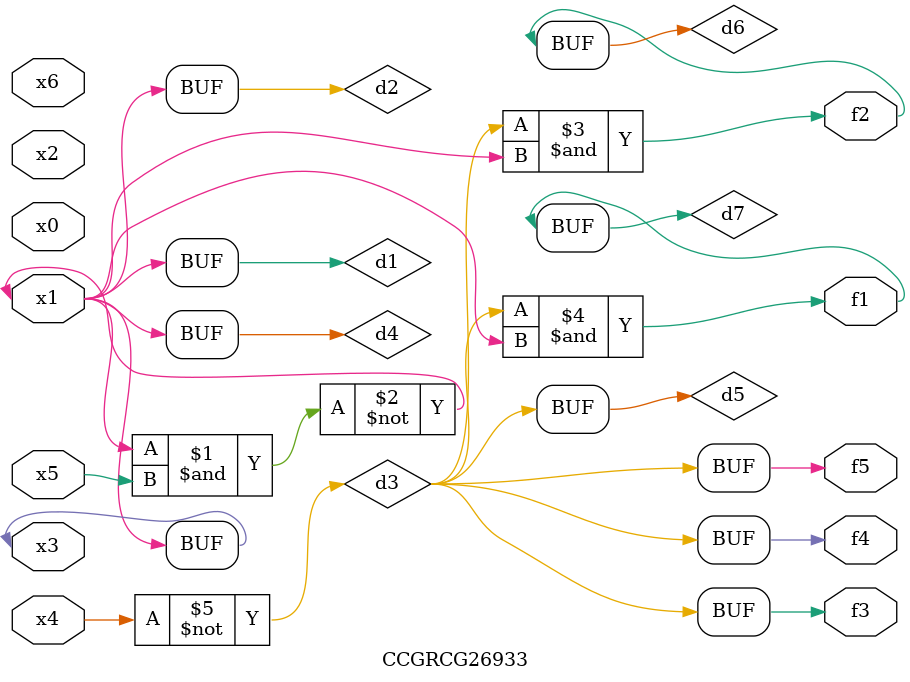
<source format=v>
module CCGRCG26933(
	input x0, x1, x2, x3, x4, x5, x6,
	output f1, f2, f3, f4, f5
);

	wire d1, d2, d3, d4, d5, d6, d7;

	buf (d1, x1, x3);
	nand (d2, x1, x5);
	not (d3, x4);
	buf (d4, d1, d2);
	buf (d5, d3);
	and (d6, d3, d4);
	and (d7, d3, d4);
	assign f1 = d7;
	assign f2 = d6;
	assign f3 = d5;
	assign f4 = d5;
	assign f5 = d5;
endmodule

</source>
